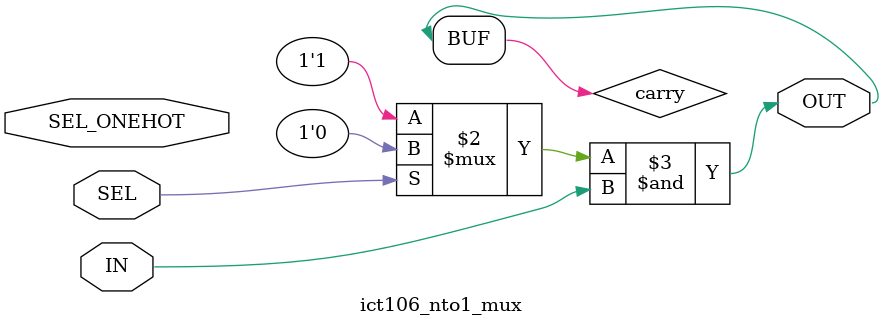
<source format=v>

`timescale 1ps/1ps
`default_nettype none

module ict106_nto1_mux #
  (
   parameter integer C_RATIO         =  1,  // Range: >=1
   parameter integer C_SEL_WIDTH     =  1,  // Range: >=1; recommended: ceil_log2(C_RATIO)
   parameter integer C_DATAOUT_WIDTH =  1,  // Range: >=1
   parameter integer C_ONEHOT        =  0   // Values: 0 = binary-encoded (use SEL); 1 = one-hot (use SEL_ONEHOT)
   )
  (
   input  wire [C_RATIO-1:0]                 SEL_ONEHOT,  // One-hot mux select (only used if C_ONEHOT=1)
   input  wire [C_SEL_WIDTH-1:0]             SEL,         // Binary-encoded mux select (only used if C_ONEHOT=0)
   input  wire [C_RATIO*C_DATAOUT_WIDTH-1:0] IN,          // Data input array (num_selections x data_width)
   output wire [C_DATAOUT_WIDTH-1:0]         OUT          // Data output vector
   );

  wire [C_DATAOUT_WIDTH*C_RATIO-1:0] carry;
  genvar i;
  
  generate
    if (C_ONEHOT == 0) begin : gen_encoded
      assign carry[C_DATAOUT_WIDTH-1:0] = {C_DATAOUT_WIDTH{(SEL==0)?1'b1:1'b0}} & IN[C_DATAOUT_WIDTH-1:0];
      for (i=1;i<C_RATIO;i=i+1) begin : gen_carrychain_enc
        assign carry[(i+1)*C_DATAOUT_WIDTH-1:i*C_DATAOUT_WIDTH] = 
               carry[i*C_DATAOUT_WIDTH-1:(i-1)*C_DATAOUT_WIDTH] |
               {C_DATAOUT_WIDTH{(SEL==i)?1'b1:1'b0}} & IN[(i+1)*C_DATAOUT_WIDTH-1:i*C_DATAOUT_WIDTH];
      end
    end else begin : gen_onehot
      assign carry[C_DATAOUT_WIDTH-1:0] = {C_DATAOUT_WIDTH{SEL_ONEHOT[0]}} & IN[C_DATAOUT_WIDTH-1:0];
      for (i=1;i<C_RATIO;i=i+1) begin : gen_carrychain_hot
        assign carry[(i+1)*C_DATAOUT_WIDTH-1:i*C_DATAOUT_WIDTH] = 
               carry[i*C_DATAOUT_WIDTH-1:(i-1)*C_DATAOUT_WIDTH] |
               {C_DATAOUT_WIDTH{SEL_ONEHOT[i]}} & IN[(i+1)*C_DATAOUT_WIDTH-1:i*C_DATAOUT_WIDTH];
      end
    end
  endgenerate
  assign OUT = carry[C_DATAOUT_WIDTH*C_RATIO-1:
                     C_DATAOUT_WIDTH*(C_RATIO-1)];
endmodule

`default_nettype wire

</source>
